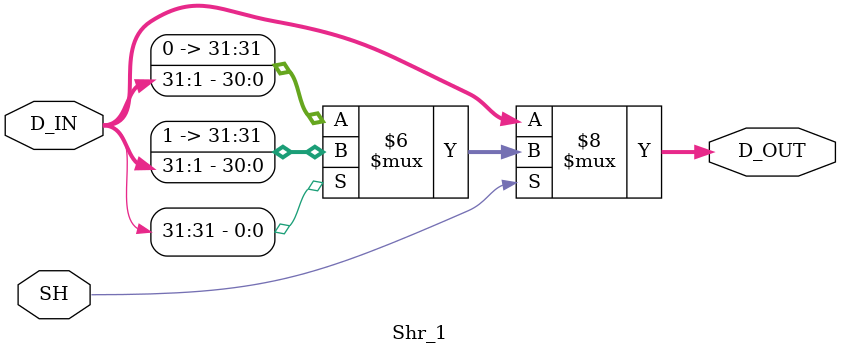
<source format=v>
`timescale 1 ns/1 ns

module Shr_1(SH, D_IN, D_OUT);

	input SH;
	input  [31:0] D_IN;
	output [31:0] D_OUT;
	reg    [31:0] D_OUT;

	// CombLogic
	always @(SH, D_IN) begin
		if(SH == 1'b1) begin
			if(D_IN[31] == 1'b1)
				D_OUT <= {1'b1, D_IN[31:1]};
			else
				D_OUT <= {1'b0, D_IN[31:1]};
		end
		else
			D_OUT <= D_IN;
	end
endmodule
</source>
